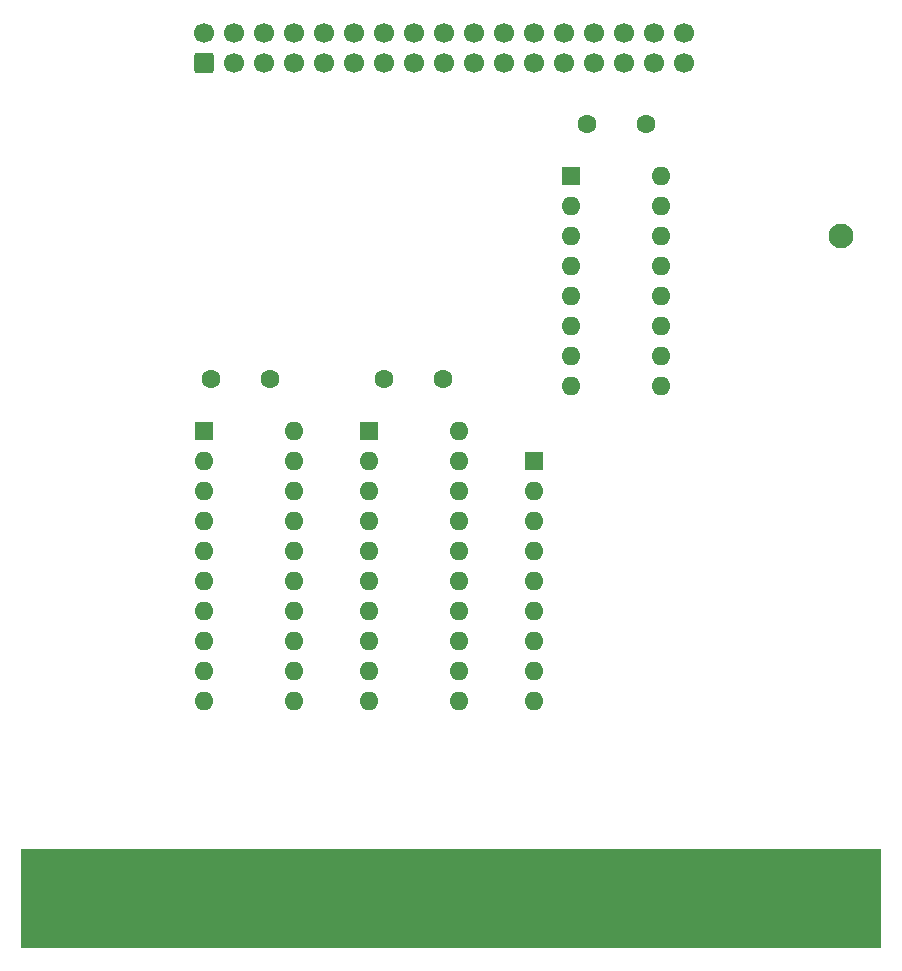
<source format=gbr>
%TF.GenerationSoftware,KiCad,Pcbnew,(6.0.6)*%
%TF.CreationDate,2022-07-31T20:56:31+02:00*%
%TF.ProjectId,SF-7326,53462d37-3332-4362-9e6b-696361645f70,rev?*%
%TF.SameCoordinates,Original*%
%TF.FileFunction,Soldermask,Bot*%
%TF.FilePolarity,Negative*%
%FSLAX46Y46*%
G04 Gerber Fmt 4.6, Leading zero omitted, Abs format (unit mm)*
G04 Created by KiCad (PCBNEW (6.0.6)) date 2022-07-31 20:56:31*
%MOMM*%
%LPD*%
G01*
G04 APERTURE LIST*
G04 Aperture macros list*
%AMRoundRect*
0 Rectangle with rounded corners*
0 $1 Rounding radius*
0 $2 $3 $4 $5 $6 $7 $8 $9 X,Y pos of 4 corners*
0 Add a 4 corners polygon primitive as box body*
4,1,4,$2,$3,$4,$5,$6,$7,$8,$9,$2,$3,0*
0 Add four circle primitives for the rounded corners*
1,1,$1+$1,$2,$3*
1,1,$1+$1,$4,$5*
1,1,$1+$1,$6,$7*
1,1,$1+$1,$8,$9*
0 Add four rect primitives between the rounded corners*
20,1,$1+$1,$2,$3,$4,$5,0*
20,1,$1+$1,$4,$5,$6,$7,0*
20,1,$1+$1,$6,$7,$8,$9,0*
20,1,$1+$1,$8,$9,$2,$3,0*%
G04 Aperture macros list end*
%ADD10C,2.100000*%
%ADD11C,1.600000*%
%ADD12R,1.600000X1.600000*%
%ADD13O,1.600000X1.600000*%
%ADD14RoundRect,0.250000X0.600000X-0.600000X0.600000X0.600000X-0.600000X0.600000X-0.600000X-0.600000X0*%
%ADD15C,1.700000*%
G04 APERTURE END LIST*
%TO.C,CON1*%
G36*
X107454870Y-122235800D02*
G01*
X105351750Y-122235800D01*
X105351750Y-115334620D01*
X107454870Y-115334620D01*
X107454870Y-122235800D01*
G37*
G36*
X91554460Y-122235800D02*
G01*
X89451350Y-122235800D01*
X89451350Y-115334620D01*
X91554460Y-115334620D01*
X91554460Y-122235800D01*
G37*
G36*
X136073050Y-122235800D02*
G01*
X133969920Y-122235800D01*
X133969920Y-115334620D01*
X136073050Y-115334620D01*
X136073050Y-122235800D01*
G37*
G36*
X142433210Y-122235800D02*
G01*
X140330090Y-122235800D01*
X140330090Y-115334620D01*
X142433210Y-115334620D01*
X142433210Y-122235800D01*
G37*
G36*
X110634940Y-122235800D02*
G01*
X108531820Y-122235800D01*
X108531820Y-115334620D01*
X110634940Y-115334620D01*
X110634940Y-122235800D01*
G37*
G36*
X85194300Y-122235800D02*
G01*
X83091190Y-122235800D01*
X83091190Y-115334620D01*
X85194300Y-115334620D01*
X85194300Y-122235800D01*
G37*
G36*
X132892960Y-122235800D02*
G01*
X130789850Y-122235800D01*
X130789850Y-115334620D01*
X132892960Y-115334620D01*
X132892960Y-122235800D01*
G37*
G36*
X120175190Y-122235800D02*
G01*
X118072070Y-122235800D01*
X118072070Y-115334620D01*
X120175190Y-115334620D01*
X120175190Y-122235800D01*
G37*
G36*
X126535350Y-122235800D02*
G01*
X124429690Y-122235800D01*
X124429690Y-115334620D01*
X126535350Y-115334620D01*
X126535350Y-122235800D01*
G37*
G36*
X116995100Y-122235800D02*
G01*
X114891980Y-122235800D01*
X114891980Y-115334620D01*
X116995100Y-115334620D01*
X116995100Y-122235800D01*
G37*
G36*
X139253120Y-122235800D02*
G01*
X137150000Y-122235800D01*
X137150000Y-115334620D01*
X139253120Y-115334620D01*
X139253120Y-122235800D01*
G37*
G36*
X97914620Y-122235800D02*
G01*
X95811500Y-122235800D01*
X95811500Y-115334620D01*
X97914620Y-115334620D01*
X97914620Y-122235800D01*
G37*
G36*
X75654070Y-122235800D02*
G01*
X73550940Y-122235800D01*
X73550940Y-115334620D01*
X75654070Y-115334620D01*
X75654070Y-122235800D01*
G37*
G36*
X88374390Y-122235800D02*
G01*
X86271260Y-122235800D01*
X86271260Y-115334620D01*
X88374390Y-115334620D01*
X88374390Y-122235800D01*
G37*
G36*
X78834140Y-122235800D02*
G01*
X76731030Y-122235800D01*
X76731030Y-115334620D01*
X78834140Y-115334620D01*
X78834140Y-122235800D01*
G37*
G36*
X82014230Y-122235800D02*
G01*
X79911100Y-122235800D01*
X79911100Y-115334620D01*
X82014230Y-115334620D01*
X82014230Y-122235800D01*
G37*
G36*
X129712890Y-122235800D02*
G01*
X127609760Y-122235800D01*
X127609760Y-115334620D01*
X129712890Y-115334620D01*
X129712890Y-122235800D01*
G37*
G36*
X104274780Y-122235800D02*
G01*
X102171660Y-122235800D01*
X102171660Y-115334620D01*
X104274780Y-115334620D01*
X104274780Y-122235800D01*
G37*
G36*
X94734550Y-122235800D02*
G01*
X92631420Y-122235800D01*
X92631420Y-115334620D01*
X94734550Y-115334620D01*
X94734550Y-122235800D01*
G37*
G36*
X123355260Y-122235800D02*
G01*
X121252140Y-122235800D01*
X121252140Y-115334620D01*
X123355260Y-115334620D01*
X123355260Y-122235800D01*
G37*
G36*
X113815030Y-122235800D02*
G01*
X111711910Y-122235800D01*
X111711910Y-115334620D01*
X113815030Y-115334620D01*
X113815030Y-122235800D01*
G37*
G36*
X144325500Y-123736930D02*
G01*
X71554500Y-123736930D01*
X71554500Y-115377800D01*
X144325500Y-115377800D01*
X144325500Y-123736930D01*
G37*
G36*
X101094710Y-122235800D02*
G01*
X98991590Y-122235800D01*
X98991590Y-115334620D01*
X101094710Y-115334620D01*
X101094710Y-122235800D01*
G37*
%TD*%
D10*
%TO.C,GND*%
X140970000Y-63500000D03*
%TD*%
D11*
%TO.C,C1*%
X87630000Y-75565000D03*
X92630000Y-75565000D03*
%TD*%
D12*
%TO.C,U28*%
X100975000Y-80015000D03*
D13*
X100975000Y-82555000D03*
X100975000Y-85095000D03*
X100975000Y-87635000D03*
X100975000Y-90175000D03*
X100975000Y-92715000D03*
X100975000Y-95255000D03*
X100975000Y-97795000D03*
X100975000Y-100335000D03*
X100975000Y-102875000D03*
X108595000Y-102875000D03*
X108595000Y-100335000D03*
X108595000Y-97795000D03*
X108595000Y-95255000D03*
X108595000Y-92715000D03*
X108595000Y-90175000D03*
X108595000Y-87635000D03*
X108595000Y-85095000D03*
X108595000Y-82555000D03*
X108595000Y-80015000D03*
%TD*%
D11*
%TO.C,C2*%
X102275000Y-75565000D03*
X107275000Y-75565000D03*
%TD*%
D14*
%TO.C,J2*%
X86985000Y-48843900D03*
D15*
X86985000Y-46303900D03*
X89525000Y-48843900D03*
X89525000Y-46303900D03*
X92065000Y-48843900D03*
X92065000Y-46303900D03*
X94605000Y-48843900D03*
X94605000Y-46303900D03*
X97145000Y-48843900D03*
X97145000Y-46303900D03*
X99685000Y-48843900D03*
X99685000Y-46303900D03*
X102225000Y-48843900D03*
X102225000Y-46303900D03*
X104765000Y-48843900D03*
X104765000Y-46303900D03*
X107305000Y-48843900D03*
X107305000Y-46303900D03*
X109845000Y-48843900D03*
X109845000Y-46303900D03*
X112385000Y-48843900D03*
X112385000Y-46303900D03*
X114925000Y-48843900D03*
X114925000Y-46303900D03*
X117465000Y-48843900D03*
X117465000Y-46303900D03*
X120005000Y-48843900D03*
X120005000Y-46303900D03*
X122545000Y-48843900D03*
X122545000Y-46303900D03*
X125085000Y-48843900D03*
X125085000Y-46303900D03*
X127625000Y-48843900D03*
X127625000Y-46303900D03*
%TD*%
D11*
%TO.C,C3*%
X119420000Y-53975000D03*
X124420000Y-53975000D03*
%TD*%
D12*
%TO.C,U30*%
X118120000Y-58410000D03*
D13*
X118120000Y-60950000D03*
X118120000Y-63490000D03*
X118120000Y-66030000D03*
X118120000Y-68570000D03*
X118120000Y-71110000D03*
X118120000Y-73650000D03*
X118120000Y-76190000D03*
X125740000Y-76190000D03*
X125740000Y-73650000D03*
X125740000Y-71110000D03*
X125740000Y-68570000D03*
X125740000Y-66030000D03*
X125740000Y-63490000D03*
X125740000Y-60950000D03*
X125740000Y-58410000D03*
%TD*%
D12*
%TO.C,RN1*%
X114935000Y-82550000D03*
D13*
X114935000Y-85090000D03*
X114935000Y-87630000D03*
X114935000Y-90170000D03*
X114935000Y-92710000D03*
X114935000Y-95250000D03*
X114935000Y-97790000D03*
X114935000Y-100330000D03*
X114935000Y-102870000D03*
%TD*%
D12*
%TO.C,U27*%
X87005000Y-80015000D03*
D13*
X87005000Y-82555000D03*
X87005000Y-85095000D03*
X87005000Y-87635000D03*
X87005000Y-90175000D03*
X87005000Y-92715000D03*
X87005000Y-95255000D03*
X87005000Y-97795000D03*
X87005000Y-100335000D03*
X87005000Y-102875000D03*
X94625000Y-102875000D03*
X94625000Y-100335000D03*
X94625000Y-97795000D03*
X94625000Y-95255000D03*
X94625000Y-92715000D03*
X94625000Y-90175000D03*
X94625000Y-87635000D03*
X94625000Y-85095000D03*
X94625000Y-82555000D03*
X94625000Y-80015000D03*
%TD*%
M02*

</source>
